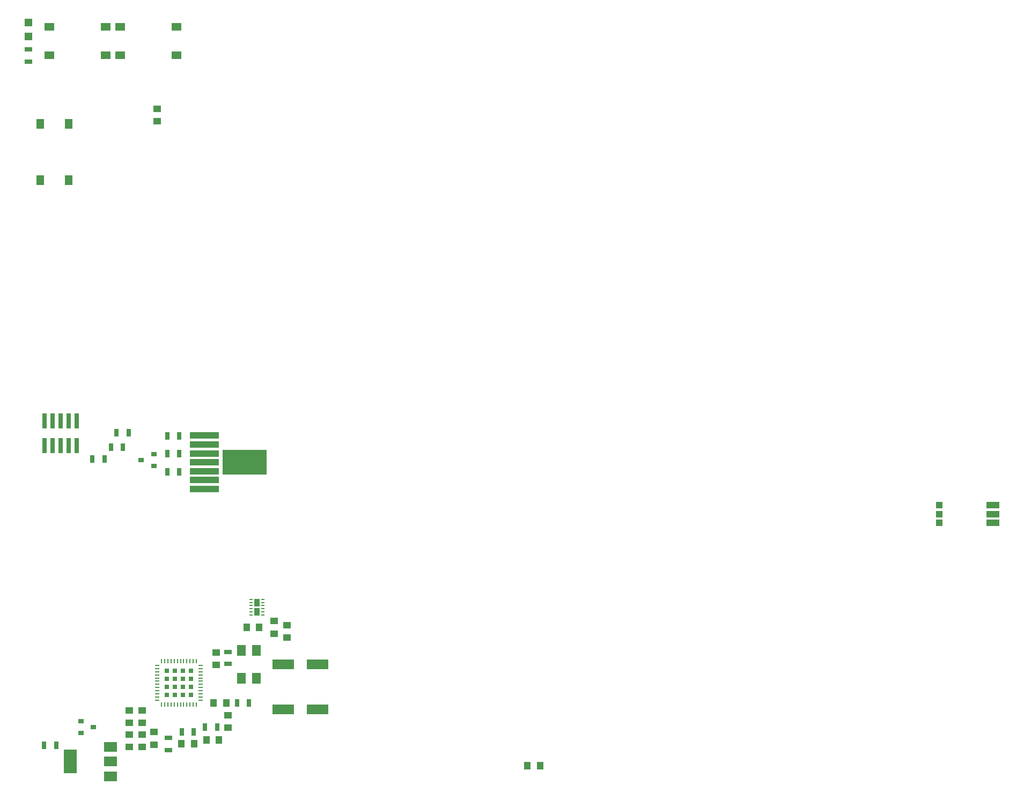
<source format=gtp>
G04 #@! TF.FileFunction,Paste,Top*
%FSLAX46Y46*%
G04 Gerber Fmt 4.6, Leading zero omitted, Abs format (unit mm)*
G04 Created by KiCad (PCBNEW 4.0.7) date 05/01/18 21:21:02*
%MOMM*%
%LPD*%
G01*
G04 APERTURE LIST*
%ADD10C,0.020000*%
%ADD11R,3.500000X1.600000*%
%ADD12R,1.200000X1.200000*%
%ADD13R,0.900000X0.800000*%
%ADD14R,0.500000X0.250000*%
%ADD15R,0.950000X1.170000*%
%ADD16R,2.000000X3.800000*%
%ADD17R,2.000000X1.500000*%
%ADD18R,1.400000X1.800000*%
%ADD19R,1.250000X1.000000*%
%ADD20R,1.000000X1.250000*%
%ADD21R,1.300000X0.700000*%
%ADD22R,0.700000X1.300000*%
%ADD23R,0.740000X2.400000*%
%ADD24R,0.250000X0.700000*%
%ADD25R,0.700000X0.250000*%
%ADD26R,0.772500X0.772500*%
%ADD27R,4.600000X1.000000*%
%ADD28R,7.000000X4.000000*%
%ADD29R,1.000000X1.000000*%
%ADD30R,2.000000X1.000000*%
%ADD31R,1.550000X1.300000*%
%ADD32R,1.300000X1.550000*%
G04 APERTURE END LIST*
D10*
D11*
X128684000Y-143383000D03*
X123284000Y-143383000D03*
X128684000Y-150495000D03*
X123284000Y-150495000D03*
D12*
X83058000Y-44280000D03*
X83058000Y-42080000D03*
D13*
X91329000Y-152339000D03*
X91329000Y-154239000D03*
X93329000Y-153289000D03*
X102854000Y-112075000D03*
X102854000Y-110175000D03*
X100854000Y-111125000D03*
D14*
X120076000Y-135616000D03*
X120076000Y-135116000D03*
X120076000Y-134616000D03*
X120076000Y-134116000D03*
X120076000Y-133616000D03*
X120076000Y-133116000D03*
X118176000Y-133116000D03*
X118176000Y-133616000D03*
X118176000Y-134116000D03*
X118176000Y-134616000D03*
X118176000Y-135116000D03*
X118176000Y-135616000D03*
D15*
X119126000Y-133681000D03*
X119126000Y-135051000D03*
D16*
X89687000Y-158750000D03*
D17*
X95987000Y-158750000D03*
X95987000Y-156450000D03*
X95987000Y-161050000D03*
D18*
X119056000Y-145583000D03*
X119056000Y-141183000D03*
X116656000Y-141183000D03*
X116656000Y-145583000D03*
D19*
X103378000Y-57642000D03*
X103378000Y-55642000D03*
X121793000Y-136541000D03*
X121793000Y-138541000D03*
D20*
X163814000Y-159385000D03*
X161814000Y-159385000D03*
D19*
X123825000Y-137176000D03*
X123825000Y-139176000D03*
D20*
X119491000Y-137541000D03*
X117491000Y-137541000D03*
X111141000Y-155321000D03*
X113141000Y-155321000D03*
D19*
X114554000Y-153400000D03*
X114554000Y-151400000D03*
X102870000Y-154067000D03*
X102870000Y-156067000D03*
X100965000Y-150638000D03*
X100965000Y-152638000D03*
D20*
X109204000Y-155956000D03*
X107204000Y-155956000D03*
X112284000Y-149479000D03*
X114284000Y-149479000D03*
D19*
X100965000Y-156448000D03*
X100965000Y-154448000D03*
X98933000Y-156448000D03*
X98933000Y-154448000D03*
X98933000Y-150638000D03*
X98933000Y-152638000D03*
X112649000Y-141494000D03*
X112649000Y-143494000D03*
D21*
X105156000Y-156906000D03*
X105156000Y-155006000D03*
D22*
X106868000Y-107315000D03*
X104968000Y-107315000D03*
X104968000Y-113030000D03*
X106868000Y-113030000D03*
X112837000Y-153289000D03*
X110937000Y-153289000D03*
X97978000Y-109093000D03*
X96078000Y-109093000D03*
X93157000Y-110998000D03*
X95057000Y-110998000D03*
X98867000Y-106807000D03*
X96967000Y-106807000D03*
D21*
X83058000Y-48194000D03*
X83058000Y-46294000D03*
D22*
X109154000Y-154051000D03*
X107254000Y-154051000D03*
D21*
X114554000Y-143317000D03*
X114554000Y-141417000D03*
D23*
X90678000Y-104984000D03*
X90678000Y-108884000D03*
X89408000Y-104984000D03*
X89408000Y-108884000D03*
X88138000Y-104984000D03*
X88138000Y-108884000D03*
X86868000Y-104984000D03*
X86868000Y-108884000D03*
X85598000Y-104984000D03*
X85598000Y-108884000D03*
D22*
X104968000Y-110109000D03*
X106868000Y-110109000D03*
X87437000Y-156210000D03*
X85537000Y-156210000D03*
D24*
X104057000Y-149704000D03*
X104557000Y-149704000D03*
X105057000Y-149704000D03*
X105557000Y-149704000D03*
X106057000Y-149704000D03*
X106557000Y-149704000D03*
X107057000Y-149704000D03*
X107557000Y-149704000D03*
X108057000Y-149704000D03*
X108557000Y-149704000D03*
X109057000Y-149704000D03*
X109557000Y-149704000D03*
D25*
X110207000Y-149054000D03*
X110207000Y-148554000D03*
X110207000Y-148054000D03*
X110207000Y-147554000D03*
X110207000Y-147054000D03*
X110207000Y-146554000D03*
X110207000Y-146054000D03*
X110207000Y-145554000D03*
X110207000Y-145054000D03*
X110207000Y-144554000D03*
X110207000Y-144054000D03*
X110207000Y-143554000D03*
D24*
X109557000Y-142904000D03*
X109057000Y-142904000D03*
X108557000Y-142904000D03*
X108057000Y-142904000D03*
X107557000Y-142904000D03*
X107057000Y-142904000D03*
X106557000Y-142904000D03*
X106057000Y-142904000D03*
X105557000Y-142904000D03*
X105057000Y-142904000D03*
X104557000Y-142904000D03*
X104057000Y-142904000D03*
D25*
X103407000Y-143554000D03*
X103407000Y-144054000D03*
X103407000Y-144554000D03*
X103407000Y-145054000D03*
X103407000Y-145554000D03*
X103407000Y-146054000D03*
X103407000Y-146554000D03*
X103407000Y-147054000D03*
X103407000Y-147554000D03*
X103407000Y-148054000D03*
X103407000Y-148554000D03*
X103407000Y-149054000D03*
D26*
X108738250Y-144372750D03*
X107450750Y-144372750D03*
X106163250Y-144372750D03*
X104875750Y-144372750D03*
X108738250Y-145660250D03*
X107450750Y-145660250D03*
X106163250Y-145660250D03*
X104875750Y-145660250D03*
X108738250Y-146947750D03*
X107450750Y-146947750D03*
X106163250Y-146947750D03*
X104875750Y-146947750D03*
X108738250Y-148235250D03*
X107450750Y-148235250D03*
X106163250Y-148235250D03*
X104875750Y-148235250D03*
D22*
X117840000Y-149509000D03*
X115940000Y-149509000D03*
D27*
X110852000Y-107276000D03*
X110852000Y-115676000D03*
X110852000Y-114276000D03*
X110852000Y-108676000D03*
X110852000Y-110076000D03*
X110852000Y-111476000D03*
D28*
X117152000Y-111476000D03*
D27*
X110852000Y-112876000D03*
D29*
X226818300Y-118243700D03*
X226818300Y-119643700D03*
X226818300Y-121043700D03*
D30*
X235318300Y-118243700D03*
X235318300Y-119643700D03*
X235318300Y-121043700D03*
D31*
X106456000Y-47208000D03*
X97506000Y-47208000D03*
X106456000Y-42708000D03*
X97506000Y-42708000D03*
X95280000Y-47208000D03*
X86330000Y-47208000D03*
X95280000Y-42708000D03*
X86330000Y-42708000D03*
D32*
X89372000Y-58009000D03*
X89372000Y-66959000D03*
X84872000Y-58009000D03*
X84872000Y-66959000D03*
M02*

</source>
